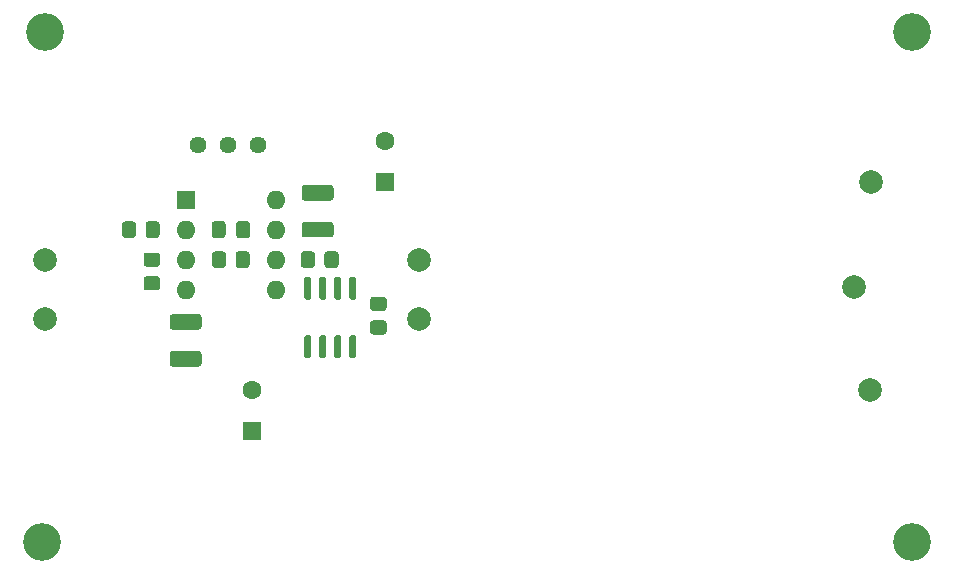
<source format=gbr>
G04 #@! TF.GenerationSoftware,KiCad,Pcbnew,(5.1.10-0-10_14)*
G04 #@! TF.CreationDate,2021-10-31T18:18:55+01:00*
G04 #@! TF.ProjectId,pre-amp-opa627,7072652d-616d-4702-9d6f-70613632372e,rev?*
G04 #@! TF.SameCoordinates,Original*
G04 #@! TF.FileFunction,Soldermask,Top*
G04 #@! TF.FilePolarity,Negative*
%FSLAX46Y46*%
G04 Gerber Fmt 4.6, Leading zero omitted, Abs format (unit mm)*
G04 Created by KiCad (PCBNEW (5.1.10-0-10_14)) date 2021-10-31 18:18:55*
%MOMM*%
%LPD*%
G01*
G04 APERTURE LIST*
%ADD10C,1.440000*%
%ADD11O,1.600000X1.600000*%
%ADD12R,1.600000X1.600000*%
%ADD13C,1.600000*%
%ADD14C,2.000000*%
%ADD15C,3.200000*%
G04 APERTURE END LIST*
G36*
G01*
X154045499Y-124717000D02*
X154945501Y-124717000D01*
G75*
G02*
X155195500Y-124966999I0J-249999D01*
G01*
X155195500Y-125667001D01*
G75*
G02*
X154945501Y-125917000I-249999J0D01*
G01*
X154045499Y-125917000D01*
G75*
G02*
X153795500Y-125667001I0J249999D01*
G01*
X153795500Y-124966999D01*
G75*
G02*
X154045499Y-124717000I249999J0D01*
G01*
G37*
G36*
G01*
X154045499Y-122717000D02*
X154945501Y-122717000D01*
G75*
G02*
X155195500Y-122966999I0J-249999D01*
G01*
X155195500Y-123667001D01*
G75*
G02*
X154945501Y-123917000I-249999J0D01*
G01*
X154045499Y-123917000D01*
G75*
G02*
X153795500Y-123667001I0J249999D01*
G01*
X153795500Y-122966999D01*
G75*
G02*
X154045499Y-122717000I249999J0D01*
G01*
G37*
G36*
G01*
X152186500Y-125958500D02*
X152486500Y-125958500D01*
G75*
G02*
X152636500Y-126108500I0J-150000D01*
G01*
X152636500Y-127758500D01*
G75*
G02*
X152486500Y-127908500I-150000J0D01*
G01*
X152186500Y-127908500D01*
G75*
G02*
X152036500Y-127758500I0J150000D01*
G01*
X152036500Y-126108500D01*
G75*
G02*
X152186500Y-125958500I150000J0D01*
G01*
G37*
G36*
G01*
X150916500Y-125958500D02*
X151216500Y-125958500D01*
G75*
G02*
X151366500Y-126108500I0J-150000D01*
G01*
X151366500Y-127758500D01*
G75*
G02*
X151216500Y-127908500I-150000J0D01*
G01*
X150916500Y-127908500D01*
G75*
G02*
X150766500Y-127758500I0J150000D01*
G01*
X150766500Y-126108500D01*
G75*
G02*
X150916500Y-125958500I150000J0D01*
G01*
G37*
G36*
G01*
X149646500Y-125958500D02*
X149946500Y-125958500D01*
G75*
G02*
X150096500Y-126108500I0J-150000D01*
G01*
X150096500Y-127758500D01*
G75*
G02*
X149946500Y-127908500I-150000J0D01*
G01*
X149646500Y-127908500D01*
G75*
G02*
X149496500Y-127758500I0J150000D01*
G01*
X149496500Y-126108500D01*
G75*
G02*
X149646500Y-125958500I150000J0D01*
G01*
G37*
G36*
G01*
X148376500Y-125958500D02*
X148676500Y-125958500D01*
G75*
G02*
X148826500Y-126108500I0J-150000D01*
G01*
X148826500Y-127758500D01*
G75*
G02*
X148676500Y-127908500I-150000J0D01*
G01*
X148376500Y-127908500D01*
G75*
G02*
X148226500Y-127758500I0J150000D01*
G01*
X148226500Y-126108500D01*
G75*
G02*
X148376500Y-125958500I150000J0D01*
G01*
G37*
G36*
G01*
X148376500Y-121008500D02*
X148676500Y-121008500D01*
G75*
G02*
X148826500Y-121158500I0J-150000D01*
G01*
X148826500Y-122808500D01*
G75*
G02*
X148676500Y-122958500I-150000J0D01*
G01*
X148376500Y-122958500D01*
G75*
G02*
X148226500Y-122808500I0J150000D01*
G01*
X148226500Y-121158500D01*
G75*
G02*
X148376500Y-121008500I150000J0D01*
G01*
G37*
G36*
G01*
X149646500Y-121008500D02*
X149946500Y-121008500D01*
G75*
G02*
X150096500Y-121158500I0J-150000D01*
G01*
X150096500Y-122808500D01*
G75*
G02*
X149946500Y-122958500I-150000J0D01*
G01*
X149646500Y-122958500D01*
G75*
G02*
X149496500Y-122808500I0J150000D01*
G01*
X149496500Y-121158500D01*
G75*
G02*
X149646500Y-121008500I150000J0D01*
G01*
G37*
G36*
G01*
X150916500Y-121008500D02*
X151216500Y-121008500D01*
G75*
G02*
X151366500Y-121158500I0J-150000D01*
G01*
X151366500Y-122808500D01*
G75*
G02*
X151216500Y-122958500I-150000J0D01*
G01*
X150916500Y-122958500D01*
G75*
G02*
X150766500Y-122808500I0J150000D01*
G01*
X150766500Y-121158500D01*
G75*
G02*
X150916500Y-121008500I150000J0D01*
G01*
G37*
G36*
G01*
X152186500Y-121008500D02*
X152486500Y-121008500D01*
G75*
G02*
X152636500Y-121158500I0J-150000D01*
G01*
X152636500Y-122808500D01*
G75*
G02*
X152486500Y-122958500I-150000J0D01*
G01*
X152186500Y-122958500D01*
G75*
G02*
X152036500Y-122808500I0J150000D01*
G01*
X152036500Y-121158500D01*
G75*
G02*
X152186500Y-121008500I150000J0D01*
G01*
G37*
D10*
X144272000Y-109855000D03*
X141732000Y-109855000D03*
X139192000Y-109855000D03*
G36*
G01*
X141602000Y-119120499D02*
X141602000Y-120020501D01*
G75*
G02*
X141352001Y-120270500I-249999J0D01*
G01*
X140651999Y-120270500D01*
G75*
G02*
X140402000Y-120020501I0J249999D01*
G01*
X140402000Y-119120499D01*
G75*
G02*
X140651999Y-118870500I249999J0D01*
G01*
X141352001Y-118870500D01*
G75*
G02*
X141602000Y-119120499I0J-249999D01*
G01*
G37*
G36*
G01*
X143602000Y-119120499D02*
X143602000Y-120020501D01*
G75*
G02*
X143352001Y-120270500I-249999J0D01*
G01*
X142651999Y-120270500D01*
G75*
G02*
X142402000Y-120020501I0J249999D01*
G01*
X142402000Y-119120499D01*
G75*
G02*
X142651999Y-118870500I249999J0D01*
G01*
X143352001Y-118870500D01*
G75*
G02*
X143602000Y-119120499I0J-249999D01*
G01*
G37*
G36*
G01*
X134782000Y-117480501D02*
X134782000Y-116580499D01*
G75*
G02*
X135031999Y-116330500I249999J0D01*
G01*
X135732001Y-116330500D01*
G75*
G02*
X135982000Y-116580499I0J-249999D01*
G01*
X135982000Y-117480501D01*
G75*
G02*
X135732001Y-117730500I-249999J0D01*
G01*
X135031999Y-117730500D01*
G75*
G02*
X134782000Y-117480501I0J249999D01*
G01*
G37*
G36*
G01*
X132782000Y-117480501D02*
X132782000Y-116580499D01*
G75*
G02*
X133031999Y-116330500I249999J0D01*
G01*
X133732001Y-116330500D01*
G75*
G02*
X133982000Y-116580499I0J-249999D01*
G01*
X133982000Y-117480501D01*
G75*
G02*
X133732001Y-117730500I-249999J0D01*
G01*
X133031999Y-117730500D01*
G75*
G02*
X132782000Y-117480501I0J249999D01*
G01*
G37*
D11*
X145796000Y-114490500D03*
X138176000Y-122110500D03*
X145796000Y-117030500D03*
X138176000Y-119570500D03*
X145796000Y-119570500D03*
X138176000Y-117030500D03*
X145796000Y-122110500D03*
D12*
X138176000Y-114490500D03*
G36*
G01*
X142457500Y-117505500D02*
X142457500Y-116555500D01*
G75*
G02*
X142707500Y-116305500I250000J0D01*
G01*
X143382500Y-116305500D01*
G75*
G02*
X143632500Y-116555500I0J-250000D01*
G01*
X143632500Y-117505500D01*
G75*
G02*
X143382500Y-117755500I-250000J0D01*
G01*
X142707500Y-117755500D01*
G75*
G02*
X142457500Y-117505500I0J250000D01*
G01*
G37*
G36*
G01*
X140382500Y-117505500D02*
X140382500Y-116555500D01*
G75*
G02*
X140632500Y-116305500I250000J0D01*
G01*
X141307500Y-116305500D01*
G75*
G02*
X141557500Y-116555500I0J-250000D01*
G01*
X141557500Y-117505500D01*
G75*
G02*
X141307500Y-117755500I-250000J0D01*
G01*
X140632500Y-117755500D01*
G75*
G02*
X140382500Y-117505500I0J250000D01*
G01*
G37*
D13*
X143827500Y-130619500D03*
D12*
X143827500Y-134119500D03*
D13*
X155067000Y-109530000D03*
D12*
X155067000Y-113030000D03*
G36*
G01*
X137075999Y-127303500D02*
X139276001Y-127303500D01*
G75*
G02*
X139526000Y-127553499I0J-249999D01*
G01*
X139526000Y-128378501D01*
G75*
G02*
X139276001Y-128628500I-249999J0D01*
G01*
X137075999Y-128628500D01*
G75*
G02*
X136826000Y-128378501I0J249999D01*
G01*
X136826000Y-127553499D01*
G75*
G02*
X137075999Y-127303500I249999J0D01*
G01*
G37*
G36*
G01*
X137075999Y-124178500D02*
X139276001Y-124178500D01*
G75*
G02*
X139526000Y-124428499I0J-249999D01*
G01*
X139526000Y-125253501D01*
G75*
G02*
X139276001Y-125503500I-249999J0D01*
G01*
X137075999Y-125503500D01*
G75*
G02*
X136826000Y-125253501I0J249999D01*
G01*
X136826000Y-124428499D01*
G75*
G02*
X137075999Y-124178500I249999J0D01*
G01*
G37*
G36*
G01*
X148251999Y-116368000D02*
X150452001Y-116368000D01*
G75*
G02*
X150702000Y-116617999I0J-249999D01*
G01*
X150702000Y-117443001D01*
G75*
G02*
X150452001Y-117693000I-249999J0D01*
G01*
X148251999Y-117693000D01*
G75*
G02*
X148002000Y-117443001I0J249999D01*
G01*
X148002000Y-116617999D01*
G75*
G02*
X148251999Y-116368000I249999J0D01*
G01*
G37*
G36*
G01*
X148251999Y-113243000D02*
X150452001Y-113243000D01*
G75*
G02*
X150702000Y-113492999I0J-249999D01*
G01*
X150702000Y-114318001D01*
G75*
G02*
X150452001Y-114568000I-249999J0D01*
G01*
X148251999Y-114568000D01*
G75*
G02*
X148002000Y-114318001I0J249999D01*
G01*
X148002000Y-113492999D01*
G75*
G02*
X148251999Y-113243000I249999J0D01*
G01*
G37*
D14*
X194754500Y-121920000D03*
X196215000Y-113030000D03*
X196088000Y-130619500D03*
X157924500Y-124587000D03*
X157924500Y-119570500D03*
X126301500Y-124587000D03*
X126301500Y-119570500D03*
G36*
G01*
X134868499Y-120970500D02*
X135768501Y-120970500D01*
G75*
G02*
X136018500Y-121220499I0J-249999D01*
G01*
X136018500Y-121920501D01*
G75*
G02*
X135768501Y-122170500I-249999J0D01*
G01*
X134868499Y-122170500D01*
G75*
G02*
X134618500Y-121920501I0J249999D01*
G01*
X134618500Y-121220499D01*
G75*
G02*
X134868499Y-120970500I249999J0D01*
G01*
G37*
G36*
G01*
X134868499Y-118970500D02*
X135768501Y-118970500D01*
G75*
G02*
X136018500Y-119220499I0J-249999D01*
G01*
X136018500Y-119920501D01*
G75*
G02*
X135768501Y-120170500I-249999J0D01*
G01*
X134868499Y-120170500D01*
G75*
G02*
X134618500Y-119920501I0J249999D01*
G01*
X134618500Y-119220499D01*
G75*
G02*
X134868499Y-118970500I249999J0D01*
G01*
G37*
G36*
G01*
X149126500Y-119120499D02*
X149126500Y-120020501D01*
G75*
G02*
X148876501Y-120270500I-249999J0D01*
G01*
X148176499Y-120270500D01*
G75*
G02*
X147926500Y-120020501I0J249999D01*
G01*
X147926500Y-119120499D01*
G75*
G02*
X148176499Y-118870500I249999J0D01*
G01*
X148876501Y-118870500D01*
G75*
G02*
X149126500Y-119120499I0J-249999D01*
G01*
G37*
G36*
G01*
X151126500Y-119120499D02*
X151126500Y-120020501D01*
G75*
G02*
X150876501Y-120270500I-249999J0D01*
G01*
X150176499Y-120270500D01*
G75*
G02*
X149926500Y-120020501I0J249999D01*
G01*
X149926500Y-119120499D01*
G75*
G02*
X150176499Y-118870500I249999J0D01*
G01*
X150876501Y-118870500D01*
G75*
G02*
X151126500Y-119120499I0J-249999D01*
G01*
G37*
D15*
X126238000Y-100330000D03*
X125984000Y-143510000D03*
X199644000Y-143510000D03*
X199644000Y-100330000D03*
M02*

</source>
